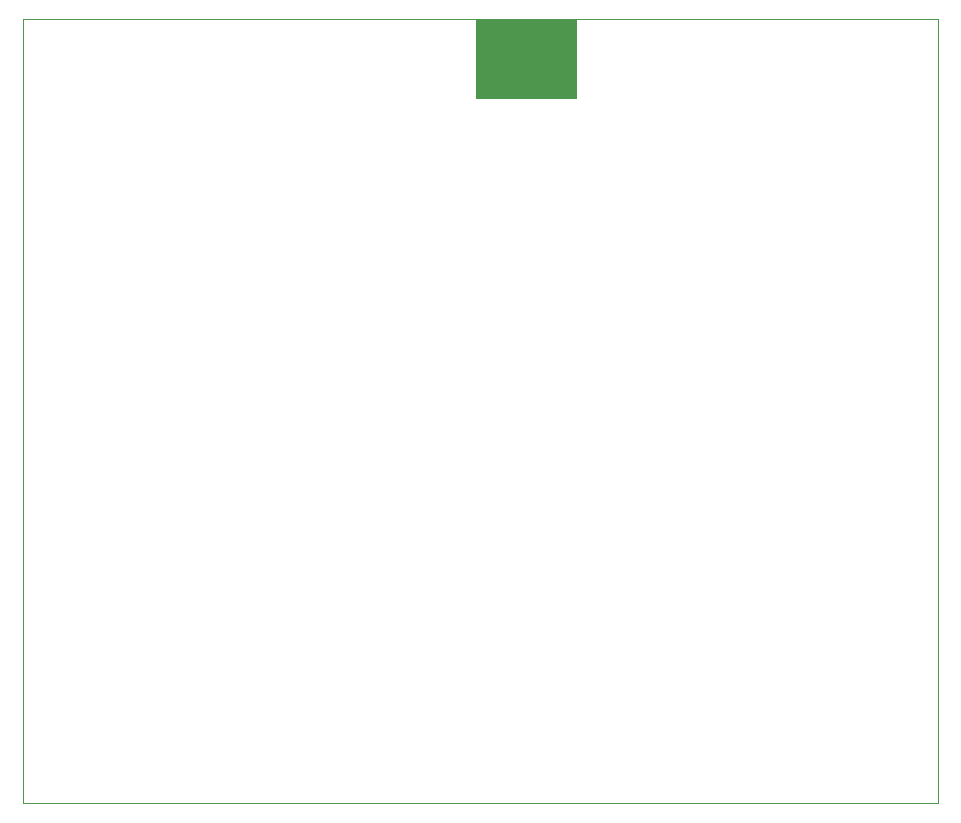
<source format=gbr>
%TF.GenerationSoftware,Altium Limited,Altium Designer,21.7.2 (23)*%
G04 Layer_Color=0*
%FSLAX45Y45*%
%MOMM*%
%TF.SameCoordinates,ACC8E456-25BC-4CB5-B469-56B585E6E94B*%
%TF.FilePolarity,Positive*%
%TF.FileFunction,Profile,NP*%
%TF.Part,Single*%
G01*
G75*
%TA.AperFunction,Profile*%
%ADD94C,0.02540*%
G36*
X3835160Y6632500D02*
Y5962500D01*
X4690160D01*
Y6632500D01*
X3835160D01*
D02*
G37*
D94*
X0Y0D02*
X7750000D01*
Y6637500D01*
X0D01*
Y0D01*
%TF.MD5,9aa4c12272a9f18a35c8bc4614f374f2*%
M02*

</source>
